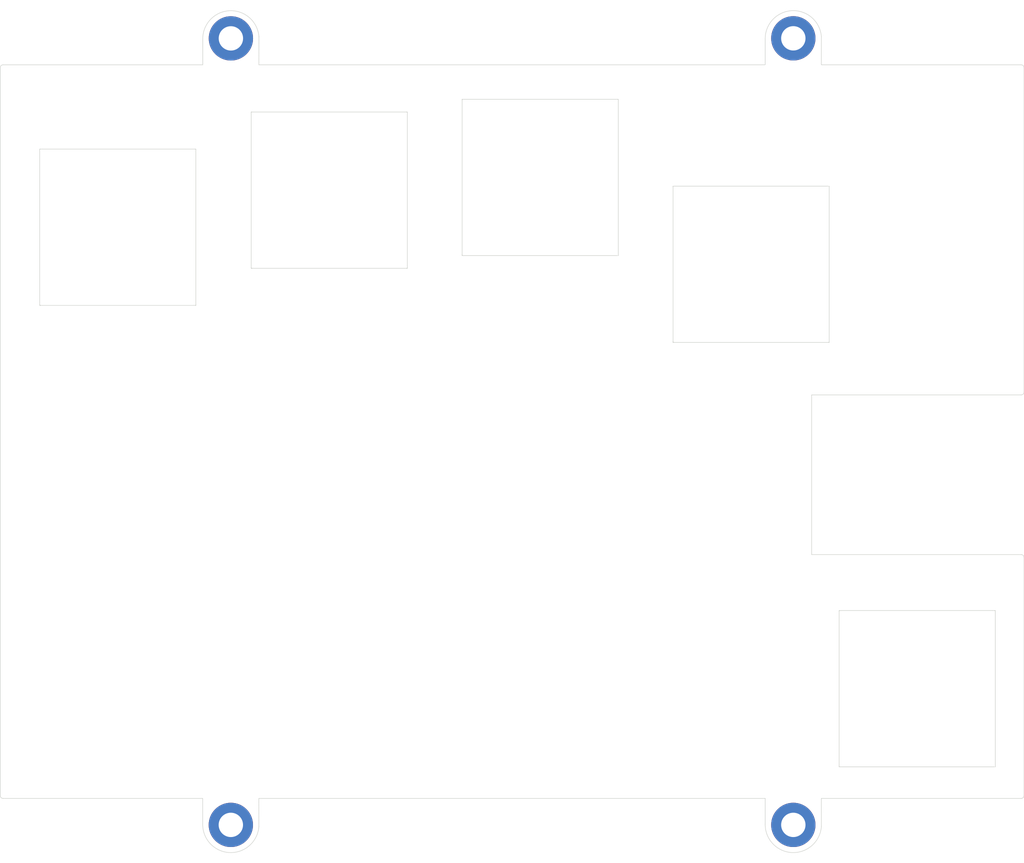
<source format=kicad_pcb>
(kicad_pcb (version 20211014) (generator pcbnew)
  (title_block (title "MX PCB") (rev "v1"))
  (layers (0 "F.Cu" signal) (31 "B.Cu" signal) (34 "B.Paste" user) (35 "F.Paste" user) (36 "B.SilkS" user "B.Silkscreen") (37 "F.SilkS" user "F.Silkscreen") (38 "B.Mask" user) (39 "F.Mask" user) (44 "Edge.Cuts" user))
  (net 0 "")
  (footprint "kbd:LEGO_HOLE" (layer "F.Cu") (at 175.42002 138.00328)
    (fp_text reference "" (at 0 -3.2) (layer "F.SilkS"))
    (fp_text value "")
    (pad "" thru_hole circle locked (at 0 0) (size 4 4) (drill 2.2) (layers *.Cu *.Mask))
  )
  (footprint "kbd:LEGO_HOLE" (layer "F.Cu") (at 124.62002 138.00328)
    (fp_text reference "" (at 0 -3.2) (layer "F.SilkS"))
    (fp_text value "")
    (pad "" thru_hole circle locked (at 0 0) (size 4 4) (drill 2.2) (layers *.Cu *.Mask))
  )
  (footprint "kbd:LEGO_HOLE" (layer "B.Cu") (at 124.6251 66.929)
    (fp_text reference "" (at 0 3.2) (layer "B.SilkS") (effects (justify mirror)))
    (fp_text value "")
    (pad "" thru_hole circle locked (at 0 0) (size 4 4) (drill 2.2) (layers *.Cu *.Mask))
  )
  (footprint "kbd:LEGO_HOLE" (layer "B.Cu") (at 175.42002 66.92392)
    (fp_text reference "" (at 0 3.2) (layer "B.SilkS") (effects (justify mirror)))
    (fp_text value "")
    (pad "" thru_hole circle locked (at 0 0) (size 4 4) (drill 2.2) (layers *.Cu *.Mask))
  )
  (gr_line (start 103.7971 69.5706) (end 103.7971 135.3566) (layer "Edge.Cuts") (width 0.05))
  (gr_line (start 107.3591 91.0326) (end 107.3591 91.0576) (layer "Edge.Cuts") (width 0.05))
  (gr_arc (start 179.5591 118.6826) (mid 179.573745 118.647245) (end 179.6091 118.6326) (layer "Edge.Cuts") (width 0.05))
  (gr_arc (start 193.6591 132.7076) (mid 193.644455 132.742955) (end 193.6091 132.7576) (layer "Edge.Cuts") (width 0.05))
  (gr_line (start 193.6591 132.7576) (end 179.5591 132.7576) (layer "Edge.Cuts") (width 0.05))
  (gr_line (start 179.5591 132.7326) (end 179.5591 118.6326) (layer "Edge.Cuts") (width 0.05))
  (gr_line (start 193.6591 118.6326) (end 193.6591 132.7326) (layer "Edge.Cuts") (width 0.05))
  (gr_arc (start 179.6341 132.7576) (mid 179.581067 132.735633) (end 179.5591 132.6826) (layer "Edge.Cuts") (width 0.05))
  (gr_arc (start 193.6091 118.6326) (mid 193.644455 118.647245) (end 193.6591 118.6826) (layer "Edge.Cuts") (width 0.05))
  (gr_line (start 179.5591 118.6326) (end 193.6591 118.6326) (layer "Edge.Cuts") (width 0.05))
  (gr_line (start 193.6591 132.7326) (end 193.6591 132.7576) (layer "Edge.Cuts") (width 0.05))
  (gr_line (start 179.5591 132.7326) (end 179.5591 132.7576) (layer "Edge.Cuts") (width 0.05))
  (gr_arc (start 122.0851 66.9671) (mid 124.534558 64.428714) (end 127.158645 66.786132) (layer "Edge.Cuts") (width 0.05))
  (gr_line (start 122.0851 66.9671) (end 122.0851 69.3166) (layer "Edge.Cuts") (width 0.05))
  (gr_line (start 104.0511 135.6106) (end 122.0851 135.6106) (layer "Edge.Cuts") (width 0.05))
  (gr_line (start 127.1651 135.6106) (end 172.8851 135.6106) (layer "Edge.Cuts") (width 0.05))
  (gr_line (start 177.9651 135.6106) (end 195.9991 135.6106) (layer "Edge.Cuts") (width 0.05))
  (gr_line (start 195.9991 69.3166) (end 177.9651 69.3166) (layer "Edge.Cuts") (width 0.05))
  (gr_line (start 172.8343 69.3166) (end 127.1524 69.3166) (layer "Edge.Cuts") (width 0.05))
  (gr_line (start 122.0851 69.3166) (end 104.0511 69.3166) (layer "Edge.Cuts") (width 0.05))
  (gr_line (start 127.15748 66.78676) (end 127.1524 69.3166) (layer "Edge.Cuts") (width 0.05))
  (gr_line (start 177.9524 138.14552) (end 177.94732 135.61568) (layer "Edge.Cuts") (width 0.05))
  (gr_arc (start 177.953565 138.146148) (mid 175.329478 140.503566) (end 172.88002 137.96518) (layer "Edge.Cuts") (width 0.05))
  (gr_line (start 172.88002 137.96518) (end 172.88002 135.61568) (layer "Edge.Cuts") (width 0.05))
  (gr_line (start 195.9991 113.5761) (end 177.0761 113.5761) (layer "Edge.Cuts") (width 0.05))
  (gr_line (start 177.0761 99.1489) (end 195.9991 99.1489) (layer "Edge.Cuts") (width 0.05))
  (gr_arc (start 196.2531 98.8949) (mid 196.178705 99.074505) (end 195.9991 99.1489) (layer "Edge.Cuts") (width 0.05))
  (gr_line (start 177.0761 113.5761) (end 177.0761 99.1489) (layer "Edge.Cuts") (width 0.05))
  (gr_line (start 196.2531 135.3566) (end 196.2531 113.8301) (layer "Edge.Cuts") (width 0.05))
  (gr_arc (start 195.9991 113.5761) (mid 196.178705 113.650495) (end 196.2531 113.8301) (layer "Edge.Cuts") (width 0.05))
  (gr_line (start 196.2531 98.8949) (end 196.2531 69.5706) (layer "Edge.Cuts") (width 0.05))
  (gr_line (start 159.6091 86.5326) (end 159.6091 86.5576) (layer "Edge.Cuts") (width 0.05))
  (gr_arc (start 178.6091 80.2826) (mid 178.644455 80.297245) (end 178.6591 80.3326) (layer "Edge.Cuts") (width 0.05))
  (gr_arc (start 159.5591 72.4326) (mid 159.594455 72.447245) (end 159.6091 72.4826) (layer "Edge.Cuts") (width 0.05))
  (gr_line (start 121.4591 91.0326) (end 121.4591 91.0576) (layer "Edge.Cuts") (width 0.05))
  (gr_line (start 178.6591 94.3826) (end 178.6591 94.4076) (layer "Edge.Cuts") (width 0.05))
  (gr_arc (start 121.4591 91.0076) (mid 121.444455 91.042955) (end 121.4091 91.0576) (layer "Edge.Cuts") (width 0.05))
  (gr_line (start 159.6091 72.4326) (end 159.6091 86.5326) (layer "Edge.Cuts") (width 0.05))
  (gr_arc (start 145.5091 72.4826) (mid 145.523745 72.447245) (end 145.5591 72.4326) (layer "Edge.Cuts") (width 0.05))
  (gr_line (start 126.4591 87.6826) (end 126.4591 73.5826) (layer "Edge.Cuts") (width 0.05))
  (gr_arc (start 121.4091 76.9326) (mid 121.444455 76.947245) (end 121.4591 76.9826) (layer "Edge.Cuts") (width 0.05))
  (gr_line (start 145.5091 86.5326) (end 145.5091 72.4326) (layer "Edge.Cuts") (width 0.05))
  (gr_arc (start 140.5091 73.5826) (mid 140.544455 73.597245) (end 140.5591 73.6326) (layer "Edge.Cuts") (width 0.05))
  (gr_arc (start 126.4591 73.6326) (mid 126.473745 73.597245) (end 126.5091 73.5826) (layer "Edge.Cuts") (width 0.05))
  (gr_line (start 140.5591 87.7076) (end 126.4591 87.7076) (layer "Edge.Cuts") (width 0.05))
  (gr_arc (start 178.6591 94.3576) (mid 178.644455 94.392955) (end 178.6091 94.4076) (layer "Edge.Cuts") (width 0.05))
  (gr_arc (start 164.5591 80.3326) (mid 164.573745 80.297245) (end 164.6091 80.2826) (layer "Edge.Cuts") (width 0.05))
  (gr_line (start 164.5591 80.2826) (end 178.6591 80.2826) (layer "Edge.Cuts") (width 0.05))
  (gr_line (start 126.4591 87.6826) (end 126.4591 87.7076) (layer "Edge.Cuts") (width 0.05))
  (gr_line (start 121.4591 91.0576) (end 107.3591 91.0576) (layer "Edge.Cuts") (width 0.05))
  (gr_arc (start 107.4341 91.0576) (mid 107.381067 91.035633) (end 107.3591 90.9826) (layer "Edge.Cuts") (width 0.05))
  (gr_arc (start 145.5841 86.5576) (mid 145.531067 86.535633) (end 145.5091 86.4826) (layer "Edge.Cuts") (width 0.05))
  (gr_line (start 107.3591 76.9326) (end 121.4591 76.9326) (layer "Edge.Cuts") (width 0.05))
  (gr_line (start 122.08002 137.96518) (end 122.08002 135.61568) (layer "Edge.Cuts") (width 0.05))
  (gr_line (start 164.5591 94.3826) (end 164.5591 94.4076) (layer "Edge.Cuts") (width 0.05))
  (gr_line (start 107.3591 91.0326) (end 107.3591 76.9326) (layer "Edge.Cuts") (width 0.05))
  (gr_line (start 121.4591 76.9326) (end 121.4591 91.0326) (layer "Edge.Cuts") (width 0.05))
  (gr_line (start 140.5591 73.5826) (end 140.5591 87.6826) (layer "Edge.Cuts") (width 0.05))
  (gr_line (start 164.5591 94.3826) (end 164.5591 80.2826) (layer "Edge.Cuts") (width 0.05))
  (gr_arc (start 172.88002 66.96202) (mid 175.329478 64.423634) (end 177.953565 66.781052) (layer "Edge.Cuts") (width 0.05))
  (gr_line (start 177.9524 66.78168) (end 177.94732 69.31152) (layer "Edge.Cuts") (width 0.05))
  (gr_line (start 178.6591 94.4076) (end 164.5591 94.4076) (layer "Edge.Cuts") (width 0.05))
  (gr_arc (start 196.2531 135.3566) (mid 196.178705 135.536205) (end 195.9991 135.6106) (layer "Edge.Cuts") (width 0.05))
  (gr_arc (start 104.0511 135.6106) (mid 103.871495 135.536205) (end 103.7971 135.3566) (layer "Edge.Cuts") (width 0.05))
  (gr_arc (start 195.9991 69.3166) (mid 196.178705 69.390995) (end 196.2531 69.5706) (layer "Edge.Cuts") (width 0.05))
  (gr_line (start 126.4591 73.5826) (end 140.5591 73.5826) (layer "Edge.Cuts") (width 0.05))
  (gr_arc (start 159.6091 86.5076) (mid 159.594455 86.542955) (end 159.5591 86.5576) (layer "Edge.Cuts") (width 0.05))
  (gr_line (start 172.88002 66.96202) (end 172.88002 69.31152) (layer "Edge.Cuts") (width 0.05))
  (gr_arc (start 103.7971 69.5706) (mid 103.871495 69.390995) (end 104.0511 69.3166) (layer "Edge.Cuts") (width 0.05))
  (gr_line (start 178.6591 80.2826) (end 178.6591 94.3826) (layer "Edge.Cuts") (width 0.05))
  (gr_arc (start 140.5591 87.6576) (mid 140.544455 87.692955) (end 140.5091 87.7076) (layer "Edge.Cuts") (width 0.05))
  (gr_arc (start 127.153565 138.146148) (mid 124.529478 140.503566) (end 122.08002 137.96518) (layer "Edge.Cuts") (width 0.05))
  (gr_line (start 127.1524 138.14552) (end 127.14732 135.61568) (layer "Edge.Cuts") (width 0.05))
  (gr_line (start 145.5091 72.4326) (end 159.6091 72.4326) (layer "Edge.Cuts") (width 0.05))
  (gr_line (start 145.5091 86.5326) (end 145.5091 86.5576) (layer "Edge.Cuts") (width 0.05))
  (gr_arc (start 164.6341 94.4076) (mid 164.581067 94.385633) (end 164.5591 94.3326) (layer "Edge.Cuts") (width 0.05))
  (gr_line (start 140.5591 87.6826) (end 140.5591 87.7076) (layer "Edge.Cuts") (width 0.05))
  (gr_arc (start 126.5341 87.7076) (mid 126.481067 87.685633) (end 126.4591 87.6326) (layer "Edge.Cuts") (width 0.05))
  (gr_arc (start 107.3591 76.9826) (mid 107.373745 76.947245) (end 107.4091 76.9326) (layer "Edge.Cuts") (width 0.05))
  (gr_line (start 159.6091 86.5576) (end 145.5091 86.5576) (layer "Edge.Cuts") (width 0.05))
)
</source>
